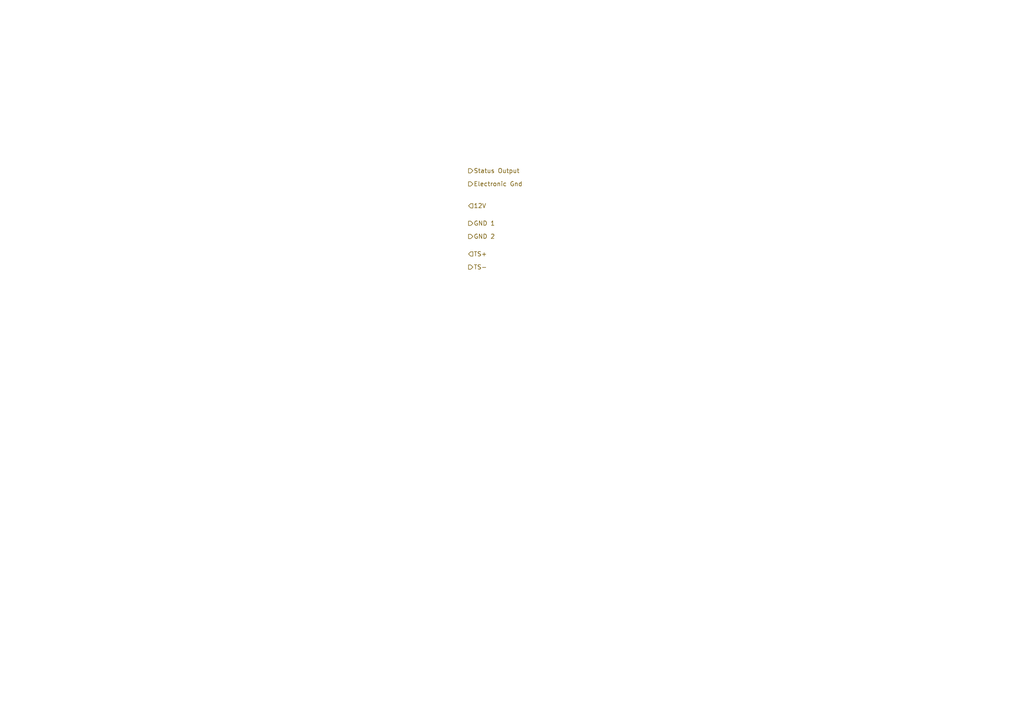
<source format=kicad_sch>
(kicad_sch
	(version 20231120)
	(generator "eeschema")
	(generator_version "8.0")
	(uuid "b3b84284-6e1e-4d1a-91e0-fa35139fda03")
	(paper "A4")
	(lib_symbols)
	(hierarchical_label "TS+"
		(shape input)
		(at 135.89 73.66 0)
		(fields_autoplaced yes)
		(effects
			(font
				(size 1.27 1.27)
			)
			(justify left)
		)
		(uuid "0660ddb9-0481-4e9f-a693-91bf68e52235")
	)
	(hierarchical_label "TS-"
		(shape output)
		(at 135.89 77.47 0)
		(fields_autoplaced yes)
		(effects
			(font
				(size 1.27 1.27)
			)
			(justify left)
		)
		(uuid "6eeb3441-85f4-42e8-80c2-8dc9c5a92bc1")
	)
	(hierarchical_label "Electronic Gnd"
		(shape output)
		(at 135.89 53.34 0)
		(fields_autoplaced yes)
		(effects
			(font
				(size 1.27 1.27)
			)
			(justify left)
		)
		(uuid "70a3d196-89db-46cd-9275-6f7c40f8af44")
	)
	(hierarchical_label "Status Output"
		(shape output)
		(at 135.89 49.53 0)
		(fields_autoplaced yes)
		(effects
			(font
				(size 1.27 1.27)
			)
			(justify left)
		)
		(uuid "7bf7c5e0-6447-49d3-a67f-29b13560d81c")
	)
	(hierarchical_label "GND 1"
		(shape output)
		(at 135.89 64.77 0)
		(fields_autoplaced yes)
		(effects
			(font
				(size 1.27 1.27)
			)
			(justify left)
		)
		(uuid "a15c6254-67e6-43ac-83ae-4aa9b8f1b9e7")
	)
	(hierarchical_label "GND 2"
		(shape output)
		(at 135.89 68.58 0)
		(fields_autoplaced yes)
		(effects
			(font
				(size 1.27 1.27)
			)
			(justify left)
		)
		(uuid "a245eafc-36e6-4a2e-b03d-d5597a4497a5")
	)
	(hierarchical_label "12V"
		(shape input)
		(at 135.89 59.69 0)
		(fields_autoplaced yes)
		(effects
			(font
				(size 1.27 1.27)
			)
			(justify left)
		)
		(uuid "f17ea059-f095-4038-a715-15e81d6f0ebf")
	)
)

</source>
